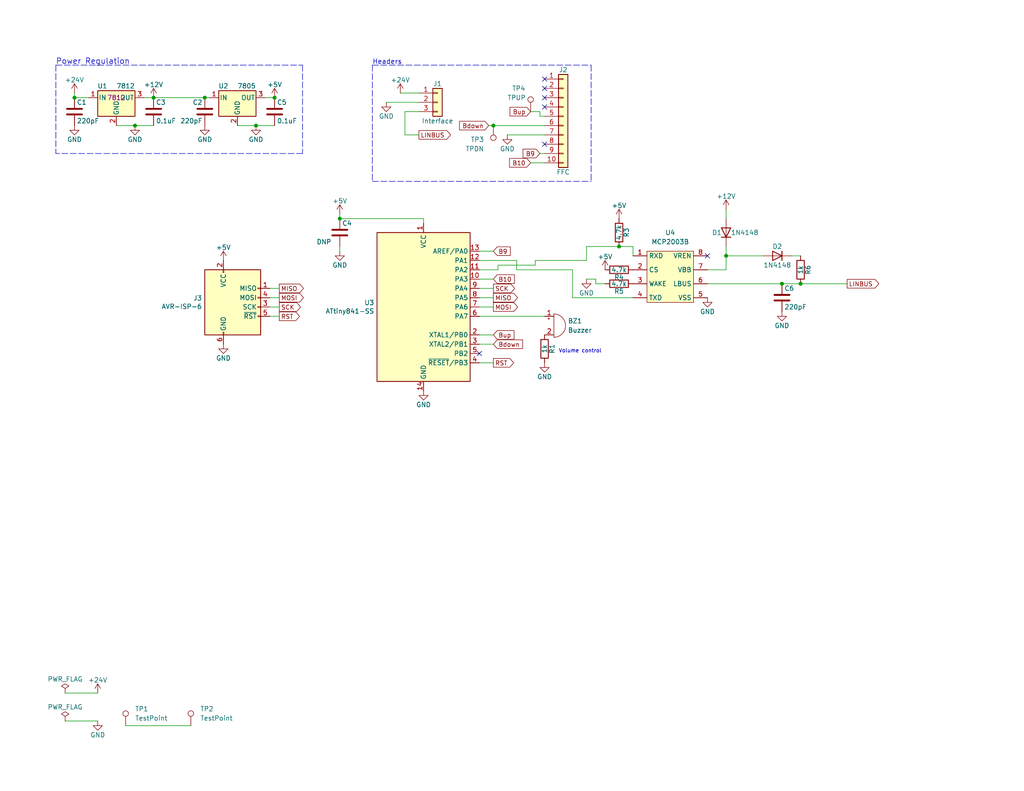
<source format=kicad_sch>
(kicad_sch (version 20211123) (generator eeschema)
  (paper "USLetter")
  (lib_symbols
    (symbol "Connector:AVR-ISP-6" (pin_names (offset 1.016))
      (property "Reference" "J" (at -6.35 11.43 0))
      (property "Value" "AVR-ISP-6" (at 0 11.43 0))
      (symbol "AVR-ISP-6_0_1"
        (rectangle (start -2.667 -6.858) (end -2.413 -7.62))
        (rectangle (start -2.667 10.16) (end -2.413 9.398))
        (rectangle (start 7.62 -2.413) (end 6.858 -2.667))
        (rectangle (start 7.62 0.127) (end 6.858 -0.127))
        (rectangle (start 7.62 2.667) (end 6.858 2.413))
        (rectangle (start 7.62 5.207) (end 6.858 4.953))
        (rectangle (start 7.62 10.16) (end -7.62 -7.62) (stroke (width 0.254)) (fill (type background)))
      )
      (symbol "AVR-ISP-6_1_1"
        (pin passive line (at 10.16 5.08 180) (length 2.54) (name "MISO") (number "1"))
        (pin passive line (at -2.54 12.7 270) (length 2.54) (name "VCC") (number "2"))
        (pin passive line (at 10.16 0 180) (length 2.54) (name "SCK") (number "3"))
        (pin passive line (at 10.16 2.54 180) (length 2.54) (name "MOSI") (number "4"))
        (pin passive line (at 10.16 -2.54 180) (length 2.54) (name "~{RST}") (number "5"))
        (pin passive line (at -2.54 -10.16 90) (length 2.54) (name "GND") (number "6"))
      )
    )
    (symbol "Connector:TestPoint" (pin_numbers hide) (pin_names (offset 0.762) hide)
      (property "Reference" "TP" (at 0 6.858 0))
      (property "Value" "TestPoint" (at 0 5.08 0))
      (symbol "TestPoint_0_1"
        (circle (center 0 3.302) (radius 0.762))
      )
      (symbol "TestPoint_1_1"
        (pin passive line (at 0 0 90) (length 2.54) (name "1") (number "1"))
      )
    )
    (symbol "Connector_Generic:Conn_01x03" (pin_names (offset 1.016) hide)
      (property "Reference" "J" (at 0 5.08 0))
      (property "Value" "Conn_01x03" (at 0 -5.08 0))
      (symbol "Conn_01x03_1_1"
        (rectangle (start -1.27 -2.413) (end 0 -2.667) (stroke (width 0.1524)))
        (rectangle (start -1.27 0.127) (end 0 -0.127) (stroke (width 0.1524)))
        (rectangle (start -1.27 2.667) (end 0 2.413) (stroke (width 0.1524)))
        (rectangle (start -1.27 3.81) (end 1.27 -3.81) (stroke (width 0.254)) (fill (type background)))
        (pin passive line (at -5.08 2.54 0) (length 3.81) (name "Pin_1") (number "1"))
        (pin passive line (at -5.08 0 0) (length 3.81) (name "Pin_2") (number "2"))
        (pin passive line (at -5.08 -2.54 0) (length 3.81) (name "Pin_3") (number "3"))
      )
    )
    (symbol "Connector_Generic:Conn_01x10" (pin_names (offset 1.016) hide)
      (property "Reference" "J" (at 0 12.7 0))
      (property "Value" "Conn_01x10" (at 0 -15.24 0))
      (symbol "Conn_01x10_1_1"
        (rectangle (start -1.27 -12.573) (end 0 -12.827) (stroke (width 0.1524)))
        (rectangle (start -1.27 -10.033) (end 0 -10.287) (stroke (width 0.1524)))
        (rectangle (start -1.27 -7.493) (end 0 -7.747) (stroke (width 0.1524)))
        (rectangle (start -1.27 -4.953) (end 0 -5.207) (stroke (width 0.1524)))
        (rectangle (start -1.27 -2.413) (end 0 -2.667) (stroke (width 0.1524)))
        (rectangle (start -1.27 0.127) (end 0 -0.127) (stroke (width 0.1524)))
        (rectangle (start -1.27 2.667) (end 0 2.413) (stroke (width 0.1524)))
        (rectangle (start -1.27 5.207) (end 0 4.953) (stroke (width 0.1524)))
        (rectangle (start -1.27 7.747) (end 0 7.493) (stroke (width 0.1524)))
        (rectangle (start -1.27 10.287) (end 0 10.033) (stroke (width 0.1524)))
        (rectangle (start -1.27 11.43) (end 1.27 -13.97) (stroke (width 0.254)) (fill (type background)))
        (pin passive line (at -5.08 10.16 0) (length 3.81) (name "Pin_1") (number "1"))
        (pin passive line (at -5.08 -12.7 0) (length 3.81) (name "Pin_10") (number "10"))
        (pin passive line (at -5.08 7.62 0) (length 3.81) (name "Pin_2") (number "2"))
        (pin passive line (at -5.08 5.08 0) (length 3.81) (name "Pin_3") (number "3"))
        (pin passive line (at -5.08 2.54 0) (length 3.81) (name "Pin_4") (number "4"))
        (pin passive line (at -5.08 0 0) (length 3.81) (name "Pin_5") (number "5"))
        (pin passive line (at -5.08 -2.54 0) (length 3.81) (name "Pin_6") (number "6"))
        (pin passive line (at -5.08 -5.08 0) (length 3.81) (name "Pin_7") (number "7"))
        (pin passive line (at -5.08 -7.62 0) (length 3.81) (name "Pin_8") (number "8"))
        (pin passive line (at -5.08 -10.16 0) (length 3.81) (name "Pin_9") (number "9"))
      )
    )
    (symbol "Device:Buzzer" (pin_names (offset 0.0254) hide)
      (property "Reference" "BZ" (at 3.81 1.27 0))
      (property "Value" "Buzzer" (at 3.81 -1.27 0))
      (symbol "Buzzer_0_1"
        (arc (start 0 -3.175) (mid 3.175 0) (end 0 3.175))
        (polyline (pts (xy -1.651 1.905) (xy -1.143 1.905)))
        (polyline (pts (xy -1.397 2.159) (xy -1.397 1.651)))
        (polyline (pts (xy 0 3.175) (xy 0 -3.175)))
      )
      (symbol "Buzzer_1_1"
        (pin passive line (at -2.54 2.54 0) (length 2.54) (name "-") (number "1"))
        (pin passive line (at -2.54 -2.54 0) (length 2.54) (name "+") (number "2"))
      )
    )
    (symbol "Device:C" (pin_numbers hide) (pin_names (offset 0.254))
      (property "Reference" "C" (at 0.635 2.54 0))
      (property "Value" "C" (at 0.635 -2.54 0))
      (symbol "C_0_1"
        (polyline (pts (xy -2.032 -0.762) (xy 2.032 -0.762)) (stroke (width 0.508)))
        (polyline (pts (xy -2.032 0.762) (xy 2.032 0.762)) (stroke (width 0.508)))
      )
      (symbol "C_1_1"
        (pin passive line (at 0 3.81 270) (length 2.794) (name "~") (number "1"))
        (pin passive line (at 0 -3.81 90) (length 2.794) (name "~") (number "2"))
      )
    )
    (symbol "Device:D" (pin_numbers hide) (pin_names (offset 1.016) hide)
      (property "Reference" "D" (at 0 2.54 0))
      (property "Value" "D" (at 0 -2.54 0))
      (symbol "D_0_1"
        (polyline (pts (xy -1.27 1.27) (xy -1.27 -1.27)) (stroke (width 0.254)))
        (polyline (pts (xy 1.27 0) (xy -1.27 0)))
        (polyline (pts (xy 1.27 1.27) (xy 1.27 -1.27) (xy -1.27 0) (xy 1.27 1.27)) (stroke (width 0.254)))
      )
      (symbol "D_1_1"
        (pin passive line (at -3.81 0 0) (length 2.54) (name "K") (number "1"))
        (pin passive line (at 3.81 0 180) (length 2.54) (name "A") (number "2"))
      )
    )
    (symbol "Device:R" (pin_numbers hide) (pin_names (offset 0))
      (property "Reference" "R" (at 2.032 0 90))
      (property "Value" "R" (at 0 0 90))
      (symbol "R_0_1"
        (rectangle (start -1.016 -2.54) (end 1.016 2.54) (stroke (width 0.254)))
      )
      (symbol "R_1_1"
        (pin passive line (at 0 3.81 270) (length 1.27) (name "~") (number "1"))
        (pin passive line (at 0 -3.81 90) (length 1.27) (name "~") (number "2"))
      )
    )
    (symbol "MCU_Microchip_ATtiny:ATtiny841-SS"
      (property "Reference" "U" (at -12.7 21.59 0))
      (property "Value" "ATtiny841-SS" (at 2.54 -21.59 0))
      (symbol "ATtiny841-SS_0_1"
        (rectangle (start -12.7 -20.32) (end 12.7 20.32) (stroke (width 0.254)) (fill (type background)))
      )
      (symbol "ATtiny841-SS_1_1"
        (pin power_in line (at 0 22.86 270) (length 2.54) (name "VCC") (number "1"))
        (pin bidirectional line (at 15.24 7.62 180) (length 2.54) (name "PA3") (number "10"))
        (pin bidirectional line (at 15.24 10.16 180) (length 2.54) (name "PA2") (number "11"))
        (pin bidirectional line (at 15.24 12.7 180) (length 2.54) (name "PA1") (number "12"))
        (pin bidirectional line (at 15.24 15.24 180) (length 2.54) (name "AREF/PA0") (number "13"))
        (pin power_in line (at 0 -22.86 90) (length 2.54) (name "GND") (number "14"))
        (pin bidirectional line (at 15.24 -7.62 180) (length 2.54) (name "XTAL1/PB0") (number "2"))
        (pin bidirectional line (at 15.24 -10.16 180) (length 2.54) (name "XTAL2/PB1") (number "3"))
        (pin bidirectional line (at 15.24 -15.24 180) (length 2.54) (name "~{RESET}/PB3") (number "4"))
        (pin bidirectional line (at 15.24 -12.7 180) (length 2.54) (name "PB2") (number "5"))
        (pin bidirectional line (at 15.24 -2.54 180) (length 2.54) (name "PA7") (number "6"))
        (pin bidirectional line (at 15.24 0 180) (length 2.54) (name "PA6") (number "7"))
        (pin bidirectional line (at 15.24 2.54 180) (length 2.54) (name "PA5") (number "8"))
        (pin bidirectional line (at 15.24 5.08 180) (length 2.54) (name "PA4") (number "9"))
      )
    )
    (symbol "Regulator_Linear:L7805" (pin_names (offset 0.254))
      (property "Reference" "U" (at -3.81 3.175 0))
      (property "Value" "L7805" (at 0 3.175 0))
      (symbol "L7805_0_1"
        (rectangle (start -5.08 1.905) (end 5.08 -5.08) (stroke (width 0.254)) (fill (type background)))
      )
      (symbol "L7805_1_1"
        (pin power_in line (at -7.62 0 0) (length 2.54) (name "IN") (number "1"))
        (pin power_in line (at 0 -7.62 90) (length 2.54) (name "GND") (number "2"))
        (pin power_out line (at 7.62 0 180) (length 2.54) (name "OUT") (number "3"))
      )
    )
    (symbol "Regulator_Linear:L7812" (pin_names (offset 0.254))
      (property "Reference" "U" (at -3.81 3.175 0))
      (property "Value" "L7812" (at 0 3.175 0))
      (symbol "L7812_0_1"
        (rectangle (start -5.08 1.905) (end 5.08 -5.08) (stroke (width 0.254)) (fill (type background)))
      )
      (symbol "L7812_1_1"
        (pin power_in line (at -7.62 0 0) (length 2.54) (name "IN") (number "1"))
        (pin power_in line (at 0 -7.62 90) (length 2.54) (name "GND") (number "2"))
        (pin power_out line (at 7.62 0 180) (length 2.54) (name "OUT") (number "3"))
      )
    )
    (symbol "megadesk:MCP2003B"
      (property "Reference" "U" (at -7.62 8.89 0))
      (property "Value" "MCP2003B" (at -5.08 -8.89 0))
      (symbol "MCP2003B_0_0"
        (pin input line (at -10.16 5.08 0) (length 3.81) (name "RXD") (number "1"))
        (pin output line (at 10.16 5.08 180) (length 3.81) (name "VREN") (number "8"))
      )
      (symbol "MCP2003B_0_1"
        (rectangle (start 6.35 6.35) (end -6.35 -7.62) (fill (type background)))
      )
      (symbol "MCP2003B_1_1"
        (pin input line (at -10.16 1.27 0) (length 3.81) (name "CS") (number "2"))
        (pin input line (at -10.16 -2.54 0) (length 3.81) (name "WAKE") (number "3"))
        (pin output line (at -10.16 -6.35 0) (length 3.81) (name "TXD") (number "4"))
        (pin power_in line (at 10.16 -6.35 180) (length 3.81) (name "VSS") (number "5"))
        (pin bidirectional line (at 10.16 -2.54 180) (length 3.81) (name "LBUS") (number "6"))
        (pin power_in line (at 10.16 1.27 180) (length 3.81) (name "VBB") (number "7"))
      )
    )
    (symbol "power:+12V" (power) (pin_names (offset 0))
      (property "Value" "+12V" (at 0 3.556 0))
      (symbol "+12V_0_1"
        (polyline (pts (xy -0.762 1.27) (xy 0 2.54)))
        (polyline (pts (xy 0 0) (xy 0 2.54)))
        (polyline (pts (xy 0 2.54) (xy 0.762 1.27)))
      )
      (symbol "+12V_1_1"
        (pin power_in line (at 0 0 90) (length 0) hide (name "+12V") (number "1"))
      )
    )
    (symbol "power:+24V" (power) (pin_names (offset 0))
      (property "Value" "+24V" (at 0 3.556 0))
      (symbol "+24V_0_1"
        (polyline (pts (xy -0.762 1.27) (xy 0 2.54)))
        (polyline (pts (xy 0 0) (xy 0 2.54)))
        (polyline (pts (xy 0 2.54) (xy 0.762 1.27)))
      )
      (symbol "+24V_1_1"
        (pin power_in line (at 0 0 90) (length 0) hide (name "+24V") (number "1"))
      )
    )
    (symbol "power:+5V" (power) (pin_names (offset 0))
      (property "Value" "+5V" (at 0 3.556 0))
      (symbol "+5V_0_1"
        (polyline (pts (xy -0.762 1.27) (xy 0 2.54)))
        (polyline (pts (xy 0 0) (xy 0 2.54)))
        (polyline (pts (xy 0 2.54) (xy 0.762 1.27)))
      )
      (symbol "+5V_1_1"
        (pin power_in line (at 0 0 90) (length 0) hide (name "+5V") (number "1"))
      )
    )
    (symbol "power:GND" (power) (pin_names (offset 0))
      (property "Value" "GND" (at 0 -3.81 0))
      (symbol "GND_0_1"
        (polyline (pts (xy 0 0) (xy 0 -1.27) (xy 1.27 -1.27) (xy 0 -2.54) (xy -1.27 -1.27) (xy 0 -1.27)))
      )
      (symbol "GND_1_1"
        (pin power_in line (at 0 0 270) (length 0) hide (name "GND") (number "1"))
      )
    )
    (symbol "power:PWR_FLAG" (power) (pin_numbers hide) (pin_names (offset 0) hide)
      (property "Value" "PWR_FLAG" (at 0 3.81 0))
      (symbol "PWR_FLAG_0_0"
        (pin power_out line (at 0 0 90) (length 0) (name "pwr") (number "1"))
      )
      (symbol "PWR_FLAG_0_1"
        (polyline (pts (xy 0 0) (xy 0 1.27) (xy -1.016 1.905) (xy 0 2.54) (xy 1.016 1.905) (xy 0 1.27)))
      )
    )
  )
  (junction (at 218.44 77.47))
  (junction (at 134.62 34.29))
  (junction (at 69.85 34.29))
  (junction (at 41.91 26.67))
  (junction (at 36.83 34.29))
  (junction (at 20.32 26.67))
  (junction (at 92.71 59.69))
  (junction (at 213.36 77.47))
  (junction (at 74.93 26.67))
  (junction (at 168.91 67.31))
  (junction (at 55.88 26.67))
  (junction (at 198.12 69.85))
  (no_connect (at 148.59 39.37))
  (no_connect (at 130.81 96.52))
  (no_connect (at 193.04 69.85))
  (no_connect (at 148.59 21.59))
  (no_connect (at 148.59 24.13))
  (no_connect (at 148.59 26.67))
  (no_connect (at 148.59 29.21))
  (wire (pts (xy 160.02 67.31) (xy 168.91 67.31)))
  (wire (pts (xy 134.62 93.98) (xy 130.81 93.98)))
  (wire (pts (xy 198.12 57.15) (xy 198.12 59.69)))
  (wire (pts (xy 134.62 91.44) (xy 130.81 91.44)))
  (wire (pts (xy 134.62 99.06) (xy 130.81 99.06)))
  (wire (pts (xy 147.32 30.48) (xy 147.32 31.75)))
  (polyline (pts (xy 82.55 41.91) (xy 15.24 41.91)) (stroke (width 0) (type dash)))
  (wire (pts (xy 26.67 189.23) (xy 17.78 189.23)))
  (wire (pts (xy 146.05 72.39) (xy 135.89 72.39)))
  (wire (pts (xy 134.62 34.29) (xy 148.59 34.29)))
  (wire (pts (xy 17.78 196.85) (xy 26.67 196.85)))
  (wire (pts (xy 144.78 30.48) (xy 147.32 30.48)))
  (wire (pts (xy 156.21 81.28) (xy 172.72 81.28)))
  (wire (pts (xy 39.37 26.67) (xy 41.91 26.67)))
  (wire (pts (xy 133.35 34.29) (xy 134.62 34.29)))
  (wire (pts (xy 198.12 69.85) (xy 198.12 67.31)))
  (wire (pts (xy 41.91 26.67) (xy 55.88 26.67)))
  (wire (pts (xy 92.71 59.69) (xy 115.57 59.69)))
  (wire (pts (xy 34.29 198.12) (xy 52.07 198.12)))
  (wire (pts (xy 110.49 36.83) (xy 114.3 36.83)))
  (wire (pts (xy 146.05 71.12) (xy 146.05 72.39)))
  (wire (pts (xy 172.72 67.31) (xy 172.72 69.85)))
  (wire (pts (xy 193.04 77.47) (xy 213.36 77.47)))
  (wire (pts (xy 109.22 25.4) (xy 114.3 25.4)))
  (wire (pts (xy 114.3 27.94) (xy 105.41 27.94)))
  (wire (pts (xy 36.83 34.29) (xy 41.91 34.29)))
  (wire (pts (xy 72.39 26.67) (xy 74.93 26.67)))
  (wire (pts (xy 135.89 72.39) (xy 135.89 73.66)))
  (wire (pts (xy 198.12 73.66) (xy 198.12 69.85)))
  (wire (pts (xy 140.97 73.66) (xy 140.97 71.12)))
  (wire (pts (xy 162.56 77.47) (xy 162.56 76.2)))
  (polyline (pts (xy 101.6 49.53) (xy 161.29 49.53)) (stroke (width 0) (type dash)))
  (wire (pts (xy 114.3 30.48) (xy 110.49 30.48)))
  (wire (pts (xy 76.2 78.74) (xy 73.66 78.74)))
  (wire (pts (xy 31.75 34.29) (xy 36.83 34.29)))
  (wire (pts (xy 134.62 78.74) (xy 130.81 78.74)))
  (wire (pts (xy 115.57 60.96) (xy 115.57 59.69)))
  (wire (pts (xy 140.97 73.66) (xy 156.21 73.66)))
  (polyline (pts (xy 101.6 17.78) (xy 101.6 49.53)) (stroke (width 0) (type dash)))
  (wire (pts (xy 92.71 67.31) (xy 92.71 68.58)))
  (polyline (pts (xy 15.24 17.78) (xy 15.24 41.91)) (stroke (width 0) (type dash)))
  (wire (pts (xy 165.1 77.47) (xy 162.56 77.47)))
  (wire (pts (xy 110.49 30.48) (xy 110.49 36.83)))
  (wire (pts (xy 73.66 86.36) (xy 76.2 86.36)))
  (wire (pts (xy 55.88 26.67) (xy 57.15 26.67)))
  (wire (pts (xy 92.71 58.42) (xy 92.71 59.69)))
  (wire (pts (xy 148.59 36.83) (xy 138.43 36.83)))
  (wire (pts (xy 134.62 81.28) (xy 130.81 81.28)))
  (wire (pts (xy 74.93 34.29) (xy 69.85 34.29)))
  (wire (pts (xy 147.32 31.75) (xy 148.59 31.75)))
  (wire (pts (xy 20.32 25.4) (xy 20.32 26.67)))
  (wire (pts (xy 135.89 73.66) (xy 130.81 73.66)))
  (wire (pts (xy 208.28 69.85) (xy 198.12 69.85)))
  (wire (pts (xy 76.2 83.82) (xy 73.66 83.82)))
  (wire (pts (xy 213.36 77.47) (xy 218.44 77.47)))
  (wire (pts (xy 134.62 83.82) (xy 130.81 83.82)))
  (wire (pts (xy 140.97 71.12) (xy 130.81 71.12)))
  (wire (pts (xy 168.91 67.31) (xy 172.72 67.31)))
  (wire (pts (xy 130.81 76.2) (xy 134.62 76.2)))
  (wire (pts (xy 160.02 71.12) (xy 160.02 67.31)))
  (wire (pts (xy 215.9 69.85) (xy 218.44 69.85)))
  (polyline (pts (xy 15.24 17.78) (xy 82.55 17.78)) (stroke (width 0) (type dash)))
  (wire (pts (xy 218.44 77.47) (xy 231.14 77.47)))
  (wire (pts (xy 156.21 73.66) (xy 156.21 81.28)))
  (wire (pts (xy 193.04 73.66) (xy 198.12 73.66)))
  (wire (pts (xy 69.85 34.29) (xy 64.77 34.29)))
  (wire (pts (xy 24.13 26.67) (xy 20.32 26.67)))
  (wire (pts (xy 130.81 86.36) (xy 148.59 86.36)))
  (polyline (pts (xy 161.29 17.78) (xy 161.29 49.53)) (stroke (width 0) (type dash)))
  (wire (pts (xy 162.56 76.2) (xy 160.02 76.2)))
  (wire (pts (xy 73.66 81.28) (xy 76.2 81.28)))
  (wire (pts (xy 147.32 41.91) (xy 148.59 41.91)))
  (wire (pts (xy 146.05 71.12) (xy 160.02 71.12)))
  (polyline (pts (xy 101.6 17.78) (xy 161.29 17.78)) (stroke (width 0) (type dash)))
  (polyline (pts (xy 82.55 17.78) (xy 82.55 41.91)) (stroke (width 0) (type dash)))
  (wire (pts (xy 144.78 44.45) (xy 148.59 44.45)))
  (wire (pts (xy 130.81 68.58) (xy 134.62 68.58)))
  (text "Power Regulation" (at 15.24 17.78 0) (effects (font (size 1.524 1.524)) (justify left bottom)))
  (text "Headers" (at 101.6 17.78 0) (effects (font (size 1.3208 1.3208)) (justify left bottom)))
  (text "Volume control" (at 152.4 96.52 0) (effects (font (size 1.016 1.016)) (justify left bottom)))
  (global_label "LINBUS" (shape output) (at 231.14 77.47 0) (effects (font (size 1.1938 1.1938))) (property "Intersheet References" "${INTERSHEET_REFS}" (effects hide)))
  (global_label "Bdown" (shape input) (at 133.35 34.29 180) (effects (font (size 1.1938 1.1938))) (property "Intersheet References" "${INTERSHEET_REFS}" (effects hide)))
  (global_label "SCK" (shape output) (at 134.62 78.74 0) (effects (font (size 1.1938 1.1938))) (property "Intersheet References" "${INTERSHEET_REFS}" (effects hide)))
  (global_label "RST" (shape output) (at 76.2 86.36 0) (effects (font (size 1.1938 1.1938))) (property "Intersheet References" "${INTERSHEET_REFS}" (effects hide)))
  (global_label "MISO" (shape output) (at 134.62 81.28 0) (effects (font (size 1.1938 1.1938))) (property "Intersheet References" "${INTERSHEET_REFS}" (effects hide)))
  (global_label "Bup" (shape input) (at 144.78 30.48 180) (effects (font (size 1.1938 1.1938))) (property "Intersheet References" "${INTERSHEET_REFS}" (effects hide)))
  (global_label "MOSI" (shape output) (at 134.62 83.82 0) (effects (font (size 1.1938 1.1938))) (property "Intersheet References" "${INTERSHEET_REFS}" (effects hide)))
  (global_label "MISO" (shape output) (at 76.2 78.74 0) (effects (font (size 1.1938 1.1938))) (property "Intersheet References" "${INTERSHEET_REFS}" (effects hide)))
  (global_label "B10" (shape input) (at 144.78 44.45 180) (effects (font (size 1.1938 1.1938))) (property "Intersheet References" "${INTERSHEET_REFS}" (effects hide)))
  (global_label "SCK" (shape output) (at 76.2 83.82 0) (effects (font (size 1.1938 1.1938))) (property "Intersheet References" "${INTERSHEET_REFS}" (effects hide)))
  (global_label "RST" (shape output) (at 134.62 99.06 0) (effects (font (size 1.1938 1.1938))) (property "Intersheet References" "${INTERSHEET_REFS}" (effects hide)))
  (global_label "B9" (shape input) (at 147.32 41.91 180) (effects (font (size 1.1938 1.1938))) (property "Intersheet References" "${INTERSHEET_REFS}" (effects hide)))
  (global_label "Bup" (shape input) (at 134.62 91.44 0) (effects (font (size 1.1938 1.1938))) (property "Intersheet References" "${INTERSHEET_REFS}" (effects hide)))
  (global_label "B10" (shape input) (at 134.62 76.2 0) (effects (font (size 1.1938 1.1938))) (property "Intersheet References" "${INTERSHEET_REFS}" (effects hide)))
  (global_label "MOSI" (shape output) (at 76.2 81.28 0) (effects (font (size 1.1938 1.1938))) (property "Intersheet References" "${INTERSHEET_REFS}" (effects hide)))
  (global_label "B9" (shape input) (at 134.62 68.58 0) (effects (font (size 1.1938 1.1938))) (property "Intersheet References" "${INTERSHEET_REFS}" (effects hide)))
  (global_label "LINBUS" (shape output) (at 114.3 36.83 0) (effects (font (size 1.1938 1.1938))) (property "Intersheet References" "${INTERSHEET_REFS}" (effects hide)))
  (global_label "Bdown" (shape input) (at 134.62 93.98 0) (effects (font (size 1.1938 1.1938))) (property "Intersheet References" "${INTERSHEET_REFS}" (effects hide)))
  (symbol (lib_id "power:+5V") (at 92.71 58.42 0) (unit 1)
    (property "Reference" "#PWR01" (effects hide))
    (property "Value" "+5V" (at 92.71 54.864 0))
  )
  (symbol (lib_id "Regulator_Linear:L7805") (at 64.77 26.67 0) (unit 1)
    (property "Reference" "U2" (at 60.96 23.495 0))
    (property "Value" "7805" (at 64.77 23.495 0) (effects (justify left)))
    (property "Footprint" "Package_TO_SOT_SMD:SOT-89-3" (effects hide))
    (property "Part Number" "HT7550-1" (effects hide))
    (property "LCSC" "C16106" (effects hide))
  )
  (symbol (lib_id "power:GND") (at 69.85 34.29 0) (unit 1)
    (property "Reference" "#PWR02" (effects hide))
    (property "Value" "GND" (at 69.85 38.1 0))
  )
  (symbol (lib_id "power:+5V") (at 74.93 26.67 0) (unit 1)
    (property "Reference" "#PWR03" (effects hide))
    (property "Value" "+5V" (at 74.93 23.114 0))
  )
  (symbol (lib_id "power:+24V") (at 20.32 25.4 0) (unit 1)
    (property "Reference" "#PWR04" (effects hide))
    (property "Value" "+24V" (at 20.32 21.844 0))
  )
  (symbol (lib_id "Device:C") (at 74.93 30.48 0) (unit 1)
    (property "Reference" "C5" (at 75.565 27.94 0) (effects (justify left)))
    (property "Value" "0.1uF" (at 75.565 33.02 0) (effects (justify left)))
    (property "Footprint" "Capacitor_SMD:C_0805_2012Metric" (effects hide))
    (property "LCSC" "C49678" (effects hide))
    (property "Details" "+/- 20% or better" (effects hide))
  )
  (symbol (lib_id "Device:R") (at 168.91 77.47 270) (unit 1)
    (property "Reference" "R5" (at 168.91 79.502 90))
    (property "Value" "4.7k" (at 168.91 77.47 90))
    (property "Footprint" "Resistor_SMD:R_0603_1608Metric" (effects hide))
    (property "LCSC" "C23162" (effects hide))
    (property "Details" "+/- 10% or better" (effects hide))
  )
  (symbol (lib_id "power:GND") (at 160.02 76.2 0) (unit 1)
    (property "Reference" "#PWR07" (effects hide))
    (property "Value" "GND" (at 160.02 80.01 0))
  )
  (symbol (lib_id "power:+5V") (at 168.91 59.69 0) (unit 1)
    (property "Reference" "#PWR08" (effects hide))
    (property "Value" "+5V" (at 168.91 56.134 0))
  )
  (symbol (lib_id "Device:R") (at 168.91 63.5 0) (unit 1)
    (property "Reference" "R3" (at 170.942 63.5 90))
    (property "Value" "4.7k" (at 168.91 63.5 90))
    (property "Footprint" "Resistor_SMD:R_0603_1608Metric" (effects hide))
    (property "LCSC" "C23162" (effects hide))
    (property "Details" "+/- 10% or better" (effects hide))
  )
  (symbol (lib_id "power:GND") (at 193.04 81.28 0) (unit 1)
    (property "Reference" "#PWR09" (effects hide))
    (property "Value" "GND" (at 193.04 85.09 0))
  )
  (symbol (lib_id "Device:R") (at 168.91 73.66 270) (unit 1)
    (property "Reference" "R4" (at 168.91 75.692 90))
    (property "Value" "4.7k" (at 168.91 73.66 90))
    (property "Footprint" "Resistor_SMD:R_0603_1608Metric" (effects hide))
    (property "LCSC" "C23162" (effects hide))
    (property "Details" "+/- 10% or better" (effects hide))
  )
  (symbol (lib_id "power:+5V") (at 165.1 73.66 0) (unit 1)
    (property "Reference" "#PWR010" (effects hide))
    (property "Value" "+5V" (at 165.1 70.104 0))
  )
  (symbol (lib_id "Regulator_Linear:L7812") (at 31.75 26.67 0) (unit 1)
    (property "Reference" "U1" (at 27.94 23.495 0))
    (property "Value" "7812" (at 31.75 23.495 0) (effects (justify left)))
    (property "Footprint" "Package_TO_SOT_SMD:TO-252-3_TabPin2" (effects hide))
    (property "Part Number" "7812" (at 31.75 26.67 0))
    (property "LCSC" "C116325" (effects hide))
    (property "LCSC_ALT" "C347282" (effects hide))
  )
  (symbol (lib_id "power:GND") (at 36.83 34.29 0) (unit 1)
    (property "Reference" "#PWR011" (effects hide))
    (property "Value" "GND" (at 36.83 38.1 0))
  )
  (symbol (lib_id "power:+12V") (at 41.91 26.67 0) (unit 1)
    (property "Reference" "#PWR012" (effects hide))
    (property "Value" "+12V" (at 41.91 23.114 0))
  )
  (symbol (lib_id "Device:C") (at 41.91 30.48 0) (unit 1)
    (property "Reference" "C3" (at 42.545 27.94 0) (effects (justify left)))
    (property "Value" "0.1uF" (at 42.545 33.02 0) (effects (justify left)))
    (property "Footprint" "Capacitor_SMD:C_0805_2012Metric" (effects hide))
    (property "LCSC" "C49678" (effects hide))
    (property "Details" "+/- 20% or better" (effects hide))
  )
  (symbol (lib_id "power:+12V") (at 198.12 57.15 0) (unit 1)
    (property "Reference" "#PWR013" (effects hide))
    (property "Value" "+12V" (at 198.12 53.594 0))
  )
  (symbol (lib_id "Device:R") (at 218.44 73.66 0) (unit 1)
    (property "Reference" "R6" (at 220.472 73.66 90))
    (property "Value" "1k" (at 218.44 73.66 90))
    (property "Footprint" "Resistor_SMD:R_0603_1608Metric" (effects hide))
    (property "LCSC" "C21190" (effects hide))
    (property "Details" "+/- 10% or better" (effects hide))
  )
  (symbol (lib_id "Connector_Generic:Conn_01x03") (at 119.38 27.94 0) (unit 1)
    (property "Reference" "J1" (at 119.38 22.86 0))
    (property "Value" "Interface" (at 119.38 33.02 0))
    (property "Footprint" "Connector_PinHeader_2.54mm:PinHeader_1x03_P2.54mm_Horizontal" (effects hide))
    (property "LCSC" "C376121" (effects hide))
    (property "Part Number" "Molex 0022288030" (effects hide))
    (property "Notes" "Substitution OK" (effects hide))
  )
  (symbol (lib_id "power:+24V") (at 109.22 25.4 0) (unit 1)
    (property "Reference" "#PWR014" (effects hide))
    (property "Value" "+24V" (at 109.22 21.844 0))
  )
  (symbol (lib_id "power:GND") (at 105.41 27.94 0) (unit 1)
    (property "Reference" "#PWR015" (effects hide))
    (property "Value" "GND" (at 105.41 31.75 0))
  )
  (symbol (lib_id "Device:C") (at 213.36 81.28 0) (unit 1)
    (property "Reference" "C6" (at 213.995 78.74 0) (effects (justify left)))
    (property "Value" "220pF" (at 213.995 83.82 0) (effects (justify left)))
    (property "Footprint" "Capacitor_SMD:C_0603_1608Metric" (effects hide))
    (property "LCSC" "C1603" (effects hide))
    (property "Details" "+/- 20% or better" (effects hide))
  )
  (symbol (lib_id "power:GND") (at 213.36 85.09 0) (unit 1)
    (property "Reference" "#PWR016" (effects hide))
    (property "Value" "GND" (at 213.36 88.9 0))
  )
  (symbol (lib_id "Device:D") (at 198.12 63.5 90) (unit 1)
    (property "Reference" "D1" (at 195.58 63.5 90))
    (property "Value" "1N4148" (at 203.2 63.5 90))
    (property "Footprint" "Diode_SMD:D_SOD-323" (effects hide))
    (property "LCSC" "C2128" (effects hide))
    (property "Part Number" "1N4148WSFSCT" (effects hide))
    (property "Notes" "Substitution OK" (effects hide))
  )
  (symbol (lib_id "Device:D") (at 212.09 69.85 180) (unit 1)
    (property "Reference" "D2" (at 212.09 67.31 0))
    (property "Value" "1N4148" (at 212.09 72.39 0))
    (property "Footprint" "Diode_SMD:D_SOD-323" (effects hide))
    (property "LCSC" "C2128" (effects hide))
    (property "Part Number" "1N4148WSFSCT" (effects hide))
    (property "Notes" "Substitution OK" (effects hide))
  )
  (symbol (lib_id "power:GND") (at 20.32 34.29 0) (unit 1)
    (property "Reference" "#PWR018" (effects hide))
    (property "Value" "GND" (at 20.32 38.1 0))
  )
  (symbol (lib_id "power:GND") (at 115.57 106.68 0) (unit 1)
    (property "Reference" "#PWR019" (effects hide))
    (property "Value" "GND" (at 115.57 110.49 0))
  )
  (symbol (lib_id "Device:C") (at 92.71 63.5 0) (unit 1) (on_board no)
    (property "Reference" "C4" (at 93.345 60.96 0) (effects (justify left)))
    (property "Value" "DNP" (at 86.36 66.04 0) (effects (justify left)))
    (property "Footprint" "Capacitor_SMD:C_0805_2012Metric" (effects hide))
    (property "LCSC" "DNP" (effects hide))
    (property "Details" "+/- 20% or better" (effects hide))
  )
  (symbol (lib_id "power:GND") (at 92.71 68.58 0) (unit 1)
    (property "Reference" "#PWR020" (effects hide))
    (property "Value" "GND" (at 92.71 72.39 0))
  )
  (symbol (lib_id "Connector_Generic:Conn_01x10") (at 153.67 31.75 0) (unit 1)
    (property "Reference" "J2" (at 153.67 19.05 0))
    (property "Value" "FFC" (at 153.67 46.99 0))
    (property "Footprint" "megadesk:F1004-H-10-20G-R" (effects hide))
    (property "Part Number" "A100308TR-ND" (effects hide))
    (property "LCSC" "C668117" (effects hide))
    (property "Notes" "Substitution OK" (effects hide))
  )
  (symbol (lib_id "power:GND") (at 138.43 36.83 0) (unit 1)
    (property "Reference" "#PWR021" (effects hide))
    (property "Value" "GND" (at 138.43 40.64 0))
  )
  (symbol (lib_id "Device:Buzzer") (at 151.13 88.9 0) (unit 1)
    (property "Reference" "BZ1" (at 154.94 87.63 0) (effects (justify left)))
    (property "Value" "Buzzer" (at 154.94 90.17 0) (effects (justify left)))
    (property "Footprint" "Buzzer_Beeper:Buzzer_Murata_PKMCS0909E" (effects hide))
    (property "Part Number" "PKMCS0909E4000-R1" (effects hide))
    (property "LCSC" "C391035" (effects hide))
    (property "Notes" "Substition OK" (effects hide))
  )
  (symbol (lib_id "Device:R") (at 148.59 95.25 0) (unit 1)
    (property "Reference" "R1" (at 150.622 95.25 90))
    (property "Value" "1k" (at 148.59 95.25 90))
    (property "Footprint" "Resistor_SMD:R_0603_1608Metric" (effects hide))
    (property "LCSC" "C21190" (effects hide))
    (property "Details" "+/- 10% or better" (effects hide))
  )
  (symbol (lib_id "power:GND") (at 148.59 99.06 0) (unit 1)
    (property "Reference" "#PWR022" (effects hide))
    (property "Value" "GND" (at 148.59 102.87 0))
  )
  (symbol (lib_id "power:PWR_FLAG") (at 17.78 189.23 0) (unit 1)
    (property "Reference" "#FLG023" (effects hide))
    (property "Value" "PWR_FLAG" (at 17.78 185.42 0))
  )
  (symbol (lib_id "power:+24V") (at 26.67 189.23 0) (unit 1)
    (property "Reference" "#PWR024" (effects hide))
    (property "Value" "+24V" (at 26.67 185.674 0))
  )
  (symbol (lib_id "power:PWR_FLAG") (at 17.78 196.85 0) (unit 1)
    (property "Reference" "#FLG025" (effects hide))
    (property "Value" "PWR_FLAG" (at 17.78 193.04 0))
  )
  (symbol (lib_id "power:GND") (at 26.67 196.85 0) (unit 1)
    (property "Reference" "#PWR026" (effects hide))
    (property "Value" "GND" (at 26.67 200.66 0))
  )
  (symbol (lib_id "Connector:AVR-ISP-6") (at 63.5 83.82 0) (unit 1) (in_bom no)
    (property "Reference" "J3" (at 55.1434 81.3816 0) (effects (justify right)))
    (property "Value" "AVR-ISP-6" (at 55.1434 83.693 0) (effects (justify right)))
    (property "Footprint" "Connector_PinHeader_2.54mm:PinHeader_2x03_P2.54mm_Vertical" (effects hide))
    (property "Datasheet" " ~" (effects hide))
    (property "LCSC" "DNP" (effects hide))
    (property "Part Number" "DNP" (effects hide))
  )
  (symbol (lib_id "power:GND") (at 60.96 93.98 0) (unit 1)
    (property "Reference" "#PWR0101" (effects hide))
    (property "Value" "GND" (at 60.96 97.79 0))
  )
  (symbol (lib_id "power:+5V") (at 60.96 71.12 0) (unit 1)
    (property "Reference" "#PWR0102" (effects hide))
    (property "Value" "+5V" (at 60.96 67.564 0))
  )
  (symbol (lib_id "MCU_Microchip_ATtiny:ATtiny841-SS") (at 115.57 83.82 0) (unit 1)
    (property "Reference" "U3" (at 102.1334 82.6516 0) (effects (justify right)))
    (property "Value" "ATtiny841-SS" (at 102.1334 84.963 0) (effects (justify right)))
    (property "Footprint" "Package_SO:SOIC-14_3.9x8.7mm_P1.27mm" (effects hide))
    (property "Datasheet" "http://ww1.microchip.com/downloads/en/DeviceDoc/Atmel-8495-8-bit-AVR-Microcontrollers-ATtiny441-ATtiny841_Datasheet.pdf" (effects hide))
    (property "LCSC" "DNP" (effects hide))
    (property "Part Number" "ATTINY841-SSURTR" (effects hide))
  )
  (symbol (lib_id "Device:C") (at 20.32 30.48 0) (unit 1)
    (property "Reference" "C1" (at 20.955 27.94 0) (effects (justify left)))
    (property "Value" "220pF" (at 20.955 33.02 0) (effects (justify left)))
    (property "Footprint" "Capacitor_SMD:C_0603_1608Metric" (effects hide))
    (property "LCSC" "C1603" (effects hide))
    (property "Details" "+/- 20% or better" (effects hide))
  )
  (symbol (lib_id "Connector:TestPoint") (at 144.78 30.48 0) (unit 1)
    (property "Reference" "TP4" (at 139.7 24.13 0) (effects (justify left)))
    (property "Value" "TPUP" (at 138.43 26.67 0) (effects (justify left)))
    (property "Footprint" "TestPoint:TestPoint_Pad_D1.5mm" (effects hide))
  )
  (symbol (lib_id "Connector:TestPoint") (at 52.07 198.12 0) (unit 1)
    (property "Reference" "TP2" (at 54.61 193.5479 0) (effects (justify left)))
    (property "Value" "TestPoint" (at 54.61 196.0879 0) (effects (justify left)))
    (property "Footprint" "TestPoint:TestPoint_Pad_D1.5mm" (effects hide))
  )
  (symbol (lib_id "power:GND") (at 55.88 34.29 0) (unit 1)
    (property "Reference" "#PWR05" (effects hide))
    (property "Value" "GND" (at 55.88 38.1 0))
  )
  (symbol (lib_id "Connector:TestPoint") (at 134.62 34.29 0) (mirror x) (unit 1)
    (property "Reference" "TP3" (at 132.08 38.1 0) (effects (justify right)))
    (property "Value" "TPDN" (at 132.08 40.64 0) (effects (justify right)))
    (property "Footprint" "TestPoint:TestPoint_Pad_D1.5mm" (effects hide))
  )
  (symbol (lib_id "megadesk:MCP2003B") (at 182.88 74.93 0) (unit 1)
    (property "Reference" "U4" (at 182.88 63.5 0))
    (property "Value" "MCP2003B" (at 182.88 66.04 0))
    (property "Footprint" "Package_SO:SOIC-8_3.9x4.9mm_P1.27mm" (effects hide))
    (property "Datasheet" "http://ww1.microchip.com/downloads/en/DeviceDoc/22299B.pdf" (effects hide))
  )
  (symbol (lib_id "Device:C") (at 55.88 30.48 0) (mirror y) (unit 1)
    (property "Reference" "C2" (at 55.245 27.94 0) (effects (justify left)))
    (property "Value" "220pF" (at 55.245 33.02 0) (effects (justify left)))
    (property "Footprint" "Capacitor_SMD:C_0603_1608Metric" (effects hide))
    (property "LCSC" "C1603" (effects hide))
    (property "Details" "+/- 20% or better" (effects hide))
  )
  (symbol (lib_id "Connector:TestPoint") (at 34.29 198.12 0) (unit 1)
    (property "Reference" "TP1" (at 36.83 193.5479 0) (effects (justify left)))
    (property "Value" "TestPoint" (at 36.83 196.0879 0) (effects (justify left)))
    (property "Footprint" "TestPoint:TestPoint_Pad_D1.5mm" (effects hide))
  )
)
</source>
